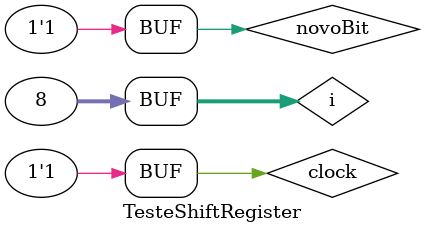
<source format=v>
module TesteShiftRegister();
  reg clock;
  reg novoBit;
  wire [7:0] saida;
  integer i;
  
  ShiftRegister shiftRegister(.clock(clock),
                              .novoBit(novoBit),
                              .sequencia(saida));
  
  initial begin
    minotor;
    
    novoBit = 0;
    for(i = 0; i < 8; i = i + 1) begin 
      clock = 0;
      clock = 1;
      minotor;
    end
    
    novoBit = 1;
    for(i = 0; i < 8; i = i + 1) begin 
      clock = 0;
      clock = 1;
      minotor;
    end
  end
  
  task minotor;
    #2 $monitor("saida: %b", saida);
  endtask
  
endmodule
</source>
